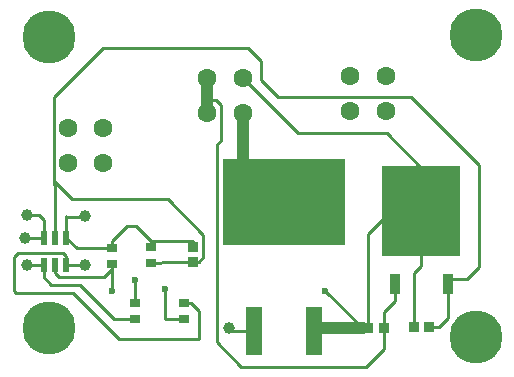
<source format=gtl>
G04 Layer_Physical_Order=1*
G04 Layer_Color=255*
%FSLAX44Y44*%
%MOMM*%
G71*
G01*
G75*
%ADD10C,1.0000*%
%ADD11R,0.5080X1.2192*%
%ADD12R,0.9500X0.8000*%
%ADD13R,0.9144X0.8128*%
%ADD14R,10.4000X7.4000*%
%ADD15R,1.4000X4.1500*%
%ADD16R,6.6548X7.7216*%
%ADD17R,0.9398X1.7018*%
%ADD18R,0.8128X0.9144*%
%ADD19C,0.2500*%
%ADD20C,1.0000*%
%ADD21C,1.6000*%
%ADD22C,4.5000*%
%ADD23C,0.6000*%
D10*
X1411500Y1088000D02*
D03*
X1362000Y1046500D02*
D03*
X1411500Y1047000D02*
D03*
X1362000Y1089000D02*
D03*
X1360570Y1069430D02*
D03*
X1533000Y993000D02*
D03*
D11*
X1376500Y1069430D02*
D03*
X1386000D02*
D03*
X1395500D02*
D03*
Y1046570D02*
D03*
X1386000D02*
D03*
X1376500D02*
D03*
D12*
X1434000Y1060750D02*
D03*
Y1047250D02*
D03*
X1467000Y1048500D02*
D03*
Y1062000D02*
D03*
X1495000Y1014500D02*
D03*
Y1001000D02*
D03*
X1454000D02*
D03*
Y1014500D02*
D03*
D13*
X1503000Y1049000D02*
D03*
Y1061954D02*
D03*
D14*
X1580040Y1100000D02*
D03*
D15*
X1605439Y991000D02*
D03*
X1554639D02*
D03*
D16*
X1696000Y1092000D02*
D03*
D17*
X1718500Y1030913D02*
D03*
X1673500D02*
D03*
D18*
X1664217Y993000D02*
D03*
X1651263D02*
D03*
X1702477Y994000D02*
D03*
X1689523D02*
D03*
D19*
X1646314Y993000D02*
X1651263D01*
X1605439Y991000D02*
X1607440Y993000D01*
X1667000Y1158000D02*
X1696000Y1129000D01*
X1592000Y1158000D02*
X1667000D01*
X1696000Y1092000D02*
Y1129000D01*
X1545000Y1205000D02*
X1592000Y1158000D01*
X1545000Y1135039D02*
X1580040Y1100000D01*
X1376500Y1036320D02*
Y1046570D01*
X1376430Y1046500D02*
X1376500Y1046570D01*
X1362000Y1046500D02*
X1376430D01*
X1395500Y1069430D02*
X1404180Y1060750D01*
X1362000Y1089000D02*
X1372000D01*
X1376500Y1084500D01*
Y1069430D02*
Y1084500D01*
X1395000Y1069930D02*
X1395500Y1069430D01*
X1395000Y1069930D02*
Y1088000D01*
X1395500Y1087500D01*
X1353000Y1023000D02*
X1401000D01*
X1351000Y1025000D02*
X1353000Y1023000D01*
X1351000Y1025000D02*
Y1053000D01*
X1354640Y1056640D02*
X1392960D01*
X1351000Y1053000D02*
X1354640Y1056640D01*
X1414180Y1046570D02*
X1414250Y1046500D01*
X1360570Y1069430D02*
X1376500D01*
X1533000Y993000D02*
X1535000Y991000D01*
X1554639D01*
X1523000Y981000D02*
Y1148350D01*
Y981000D02*
X1543372Y960628D01*
X1523000Y1148350D02*
X1526794Y1152144D01*
X1664217Y993000D02*
Y1007110D01*
X1673500Y1016394D01*
Y1030913D01*
X1689523Y994000D02*
Y1039622D01*
X1696000Y1046099D01*
Y1092000D01*
X1427480Y1036574D02*
X1434000Y1043094D01*
X1389380Y1036574D02*
X1427480D01*
X1386000Y1039954D02*
X1389380Y1036574D01*
X1386000Y1039954D02*
Y1046570D01*
X1404180Y1060750D02*
X1434000D01*
X1702477Y994000D02*
X1710690D01*
X1718500Y1001810D01*
Y1030913D01*
X1386000Y1069430D02*
Y1113282D01*
X1385062Y1114220D02*
X1386000Y1113282D01*
X1385062Y1188720D02*
X1426464Y1230122D01*
X1670812Y1092000D02*
X1696000D01*
X1651263Y1072450D02*
X1670812Y1092000D01*
X1651263Y993000D02*
Y1072450D01*
X1614424Y1024890D02*
X1646314Y993000D01*
X1664217Y975360D02*
Y993000D01*
X1649485Y960628D02*
X1664217Y975360D01*
X1543372Y960628D02*
X1649485D01*
X1436142Y1001000D02*
X1454000D01*
X1454300Y1079500D02*
X1467000Y1066800D01*
X1446700Y1079500D02*
X1454300D01*
X1434000Y1066800D02*
X1446700Y1079500D01*
X1434000Y1060750D02*
Y1066800D01*
X1503000Y1061954D02*
Y1066800D01*
X1467000D02*
X1503000D01*
X1467000Y1062000D02*
Y1066800D01*
X1503000Y1049000D02*
X1507470D01*
X1511554Y1053084D01*
Y1071880D01*
X1481328Y1102106D02*
X1511554Y1071880D01*
X1400556Y1102106D02*
X1481328D01*
X1385062Y1117600D02*
X1400556Y1102106D01*
X1718500Y1030913D02*
Y1034796D01*
X1526794Y1152144D02*
Y1182006D01*
X1454000Y1014500D02*
Y1033526D01*
X1467000Y1048500D02*
X1485130Y1049000D01*
X1503000D01*
X1495000Y1014500D02*
X1501140D01*
X1392960Y1056640D02*
X1395500Y1054100D01*
Y1046570D02*
Y1054100D01*
X1434000Y1024890D02*
Y1043094D01*
Y1047250D01*
X1385062Y1114220D02*
Y1117600D01*
Y1188720D01*
X1426464Y1230122D02*
X1549654D01*
X1560576Y1203198D02*
Y1219200D01*
X1574800Y1188974D02*
X1687068D01*
X1376500Y1036320D02*
X1382820Y1030000D01*
X1407143D01*
X1436142Y1001000D01*
X1401000Y1023000D02*
X1440000Y984000D01*
X1508000D01*
Y1007640D01*
X1501140Y1014500D02*
X1508000Y1007640D01*
X1479000Y1001000D02*
X1495000D01*
X1479000D02*
Y1026000D01*
X1549654Y1230122D02*
X1560576Y1219200D01*
Y1203198D02*
X1574800Y1188974D01*
X1687068D02*
X1745000Y1131042D01*
X1718500Y1034796D02*
X1734796D01*
X1745000Y1045000D01*
Y1131042D01*
X1395500Y1087500D02*
X1414250D01*
X1395500Y1046570D02*
X1414180D01*
X1515000Y1190000D02*
X1518600Y1186400D01*
X1522400D01*
X1526794Y1182006D01*
D20*
X1607440Y993000D02*
X1646314D01*
X1545000Y1135039D02*
Y1175000D01*
X1515000D02*
Y1190000D01*
Y1205000D01*
D21*
Y1175000D02*
D03*
X1545000Y1205000D02*
D03*
X1515000D02*
D03*
X1545000Y1175000D02*
D03*
X1636000Y1177000D02*
D03*
X1666000Y1207000D02*
D03*
X1636000D02*
D03*
X1666000Y1177000D02*
D03*
X1397000Y1133000D02*
D03*
X1427000Y1163000D02*
D03*
X1397000D02*
D03*
X1427000Y1133000D02*
D03*
D22*
X1742000Y986000D02*
D03*
X1381000Y993000D02*
D03*
X1742000Y1241000D02*
D03*
X1381000Y1240000D02*
D03*
D23*
X1614424Y1024890D02*
D03*
X1434000D02*
D03*
X1454000Y1033526D02*
D03*
X1479000Y1026000D02*
D03*
M02*

</source>
